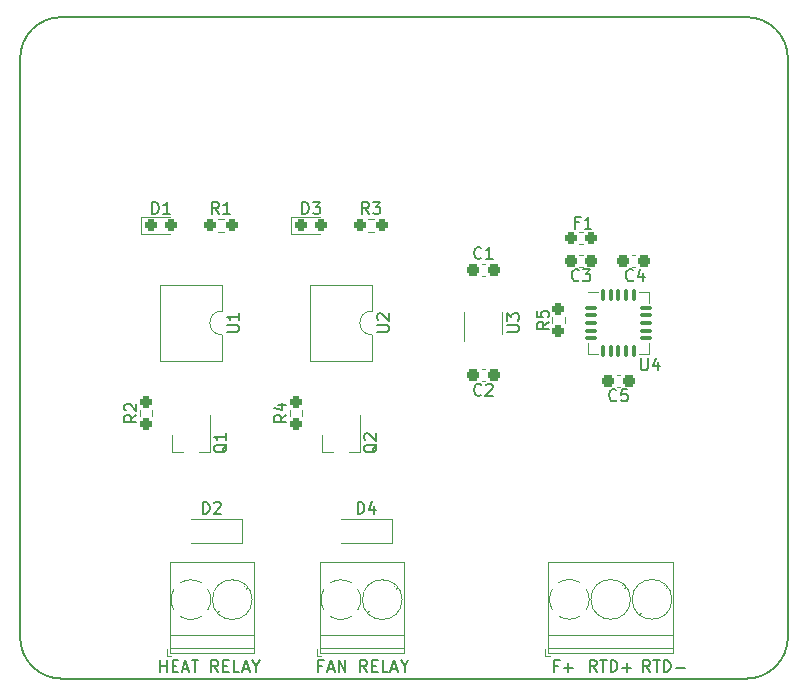
<source format=gto>
G04 #@! TF.GenerationSoftware,KiCad,Pcbnew,(6.0.2)*
G04 #@! TF.CreationDate,2022-07-05T12:59:41+02:00*
G04 #@! TF.ProjectId,Raspberry Pi temperature management hat,52617370-6265-4727-9279-205069207465,V2*
G04 #@! TF.SameCoordinates,Original*
G04 #@! TF.FileFunction,Legend,Top*
G04 #@! TF.FilePolarity,Positive*
%FSLAX46Y46*%
G04 Gerber Fmt 4.6, Leading zero omitted, Abs format (unit mm)*
G04 Created by KiCad (PCBNEW (6.0.2)) date 2022-07-05 12:59:41*
%MOMM*%
%LPD*%
G01*
G04 APERTURE LIST*
G04 Aperture macros list*
%AMRoundRect*
0 Rectangle with rounded corners*
0 $1 Rounding radius*
0 $2 $3 $4 $5 $6 $7 $8 $9 X,Y pos of 4 corners*
0 Add a 4 corners polygon primitive as box body*
4,1,4,$2,$3,$4,$5,$6,$7,$8,$9,$2,$3,0*
0 Add four circle primitives for the rounded corners*
1,1,$1+$1,$2,$3*
1,1,$1+$1,$4,$5*
1,1,$1+$1,$6,$7*
1,1,$1+$1,$8,$9*
0 Add four rect primitives between the rounded corners*
20,1,$1+$1,$2,$3,$4,$5,0*
20,1,$1+$1,$4,$5,$6,$7,0*
20,1,$1+$1,$6,$7,$8,$9,0*
20,1,$1+$1,$8,$9,$2,$3,0*%
G04 Aperture macros list end*
G04 #@! TA.AperFunction,Profile*
%ADD10C,0.150000*%
G04 #@! TD*
%ADD11C,0.150000*%
%ADD12C,0.120000*%
%ADD13C,6.000000*%
%ADD14RoundRect,0.075000X-0.412500X-0.075000X0.412500X-0.075000X0.412500X0.075000X-0.412500X0.075000X0*%
%ADD15RoundRect,0.075000X-0.075000X-0.412500X0.075000X-0.412500X0.075000X0.412500X-0.075000X0.412500X0*%
%ADD16R,3.100000X3.100000*%
%ADD17RoundRect,0.237500X-0.237500X0.250000X-0.237500X-0.250000X0.237500X-0.250000X0.237500X0.250000X0*%
%ADD18RoundRect,0.237500X-0.250000X-0.237500X0.250000X-0.237500X0.250000X0.237500X-0.250000X0.237500X0*%
%ADD19R,2.400000X2.400000*%
%ADD20C,2.400000*%
%ADD21RoundRect,0.237500X0.287500X0.237500X-0.287500X0.237500X-0.287500X-0.237500X0.287500X-0.237500X0*%
%ADD22RoundRect,0.237500X-0.287500X-0.237500X0.287500X-0.237500X0.287500X0.237500X-0.287500X0.237500X0*%
%ADD23RoundRect,0.237500X-0.300000X-0.237500X0.300000X-0.237500X0.300000X0.237500X-0.300000X0.237500X0*%
%ADD24R,1.780000X2.000000*%
%ADD25R,1.300000X1.700000*%
%ADD26C,3.000000*%
%ADD27R,0.800000X1.900000*%
%ADD28R,0.650000X1.560000*%
%ADD29R,1.700000X1.700000*%
%ADD30O,1.700000X1.700000*%
G04 APERTURE END LIST*
D10*
X111500000Y-50000000D02*
G75*
G03*
X108000000Y-46500000I-3499999J1D01*
G01*
X50000000Y-46500000D02*
X108000000Y-46500000D01*
X50000000Y-102500000D02*
X108000000Y-102500000D01*
X111500000Y-50000000D02*
X111500000Y-99000000D01*
X108000000Y-102500000D02*
G75*
G03*
X111500000Y-99000000I1J3499999D01*
G01*
X46500000Y-99000000D02*
G75*
G03*
X50000000Y-102500000I3499999J-1D01*
G01*
X50000000Y-46500000D02*
G75*
G03*
X46500000Y-50000000I-1J-3499999D01*
G01*
X46500000Y-50000000D02*
X46500000Y-99000000D01*
D11*
X99809523Y-101952380D02*
X99476190Y-101476190D01*
X99238095Y-101952380D02*
X99238095Y-100952380D01*
X99619047Y-100952380D01*
X99714285Y-101000000D01*
X99761904Y-101047619D01*
X99809523Y-101142857D01*
X99809523Y-101285714D01*
X99761904Y-101380952D01*
X99714285Y-101428571D01*
X99619047Y-101476190D01*
X99238095Y-101476190D01*
X100095238Y-100952380D02*
X100666666Y-100952380D01*
X100380952Y-101952380D02*
X100380952Y-100952380D01*
X101000000Y-101952380D02*
X101000000Y-100952380D01*
X101238095Y-100952380D01*
X101380952Y-101000000D01*
X101476190Y-101095238D01*
X101523809Y-101190476D01*
X101571428Y-101380952D01*
X101571428Y-101523809D01*
X101523809Y-101714285D01*
X101476190Y-101809523D01*
X101380952Y-101904761D01*
X101238095Y-101952380D01*
X101000000Y-101952380D01*
X102000000Y-101571428D02*
X102761904Y-101571428D01*
X95309523Y-101952380D02*
X94976190Y-101476190D01*
X94738095Y-101952380D02*
X94738095Y-100952380D01*
X95119047Y-100952380D01*
X95214285Y-101000000D01*
X95261904Y-101047619D01*
X95309523Y-101142857D01*
X95309523Y-101285714D01*
X95261904Y-101380952D01*
X95214285Y-101428571D01*
X95119047Y-101476190D01*
X94738095Y-101476190D01*
X95595238Y-100952380D02*
X96166666Y-100952380D01*
X95880952Y-101952380D02*
X95880952Y-100952380D01*
X96500000Y-101952380D02*
X96500000Y-100952380D01*
X96738095Y-100952380D01*
X96880952Y-101000000D01*
X96976190Y-101095238D01*
X97023809Y-101190476D01*
X97071428Y-101380952D01*
X97071428Y-101523809D01*
X97023809Y-101714285D01*
X96976190Y-101809523D01*
X96880952Y-101904761D01*
X96738095Y-101952380D01*
X96500000Y-101952380D01*
X97500000Y-101571428D02*
X98261904Y-101571428D01*
X97880952Y-101952380D02*
X97880952Y-101190476D01*
X92023809Y-101428571D02*
X91690476Y-101428571D01*
X91690476Y-101952380D02*
X91690476Y-100952380D01*
X92166666Y-100952380D01*
X92547619Y-101571428D02*
X93309523Y-101571428D01*
X92928571Y-101952380D02*
X92928571Y-101190476D01*
X72095238Y-101428571D02*
X71761904Y-101428571D01*
X71761904Y-101952380D02*
X71761904Y-100952380D01*
X72238095Y-100952380D01*
X72571428Y-101666666D02*
X73047619Y-101666666D01*
X72476190Y-101952380D02*
X72809523Y-100952380D01*
X73142857Y-101952380D01*
X73476190Y-101952380D02*
X73476190Y-100952380D01*
X74047619Y-101952380D01*
X74047619Y-100952380D01*
X75857142Y-101952380D02*
X75523809Y-101476190D01*
X75285714Y-101952380D02*
X75285714Y-100952380D01*
X75666666Y-100952380D01*
X75761904Y-101000000D01*
X75809523Y-101047619D01*
X75857142Y-101142857D01*
X75857142Y-101285714D01*
X75809523Y-101380952D01*
X75761904Y-101428571D01*
X75666666Y-101476190D01*
X75285714Y-101476190D01*
X76285714Y-101428571D02*
X76619047Y-101428571D01*
X76761904Y-101952380D02*
X76285714Y-101952380D01*
X76285714Y-100952380D01*
X76761904Y-100952380D01*
X77666666Y-101952380D02*
X77190476Y-101952380D01*
X77190476Y-100952380D01*
X77952380Y-101666666D02*
X78428571Y-101666666D01*
X77857142Y-101952380D02*
X78190476Y-100952380D01*
X78523809Y-101952380D01*
X79047619Y-101476190D02*
X79047619Y-101952380D01*
X78714285Y-100952380D02*
X79047619Y-101476190D01*
X79380952Y-100952380D01*
X58357142Y-101952380D02*
X58357142Y-100952380D01*
X58357142Y-101428571D02*
X58928571Y-101428571D01*
X58928571Y-101952380D02*
X58928571Y-100952380D01*
X59404761Y-101428571D02*
X59738095Y-101428571D01*
X59880952Y-101952380D02*
X59404761Y-101952380D01*
X59404761Y-100952380D01*
X59880952Y-100952380D01*
X60261904Y-101666666D02*
X60738095Y-101666666D01*
X60166666Y-101952380D02*
X60500000Y-100952380D01*
X60833333Y-101952380D01*
X61023809Y-100952380D02*
X61595238Y-100952380D01*
X61309523Y-101952380D02*
X61309523Y-100952380D01*
X63261904Y-101952380D02*
X62928571Y-101476190D01*
X62690476Y-101952380D02*
X62690476Y-100952380D01*
X63071428Y-100952380D01*
X63166666Y-101000000D01*
X63214285Y-101047619D01*
X63261904Y-101142857D01*
X63261904Y-101285714D01*
X63214285Y-101380952D01*
X63166666Y-101428571D01*
X63071428Y-101476190D01*
X62690476Y-101476190D01*
X63690476Y-101428571D02*
X64023809Y-101428571D01*
X64166666Y-101952380D02*
X63690476Y-101952380D01*
X63690476Y-100952380D01*
X64166666Y-100952380D01*
X65071428Y-101952380D02*
X64595238Y-101952380D01*
X64595238Y-100952380D01*
X65357142Y-101666666D02*
X65833333Y-101666666D01*
X65261904Y-101952380D02*
X65595238Y-100952380D01*
X65928571Y-101952380D01*
X66452380Y-101476190D02*
X66452380Y-101952380D01*
X66119047Y-100952380D02*
X66452380Y-101476190D01*
X66785714Y-100952380D01*
X99060095Y-75398380D02*
X99060095Y-76207904D01*
X99107714Y-76303142D01*
X99155333Y-76350761D01*
X99250571Y-76398380D01*
X99441047Y-76398380D01*
X99536285Y-76350761D01*
X99583904Y-76303142D01*
X99631523Y-76207904D01*
X99631523Y-75398380D01*
X100536285Y-75731714D02*
X100536285Y-76398380D01*
X100298190Y-75350761D02*
X100060095Y-76065047D01*
X100679142Y-76065047D01*
X69032380Y-80176666D02*
X68556190Y-80510000D01*
X69032380Y-80748095D02*
X68032380Y-80748095D01*
X68032380Y-80367142D01*
X68080000Y-80271904D01*
X68127619Y-80224285D01*
X68222857Y-80176666D01*
X68365714Y-80176666D01*
X68460952Y-80224285D01*
X68508571Y-80271904D01*
X68556190Y-80367142D01*
X68556190Y-80748095D01*
X68365714Y-79319523D02*
X69032380Y-79319523D01*
X67984761Y-79557619D02*
X68699047Y-79795714D01*
X68699047Y-79176666D01*
X76033333Y-63157380D02*
X75700000Y-62681190D01*
X75461904Y-63157380D02*
X75461904Y-62157380D01*
X75842857Y-62157380D01*
X75938095Y-62205000D01*
X75985714Y-62252619D01*
X76033333Y-62347857D01*
X76033333Y-62490714D01*
X75985714Y-62585952D01*
X75938095Y-62633571D01*
X75842857Y-62681190D01*
X75461904Y-62681190D01*
X76366666Y-62157380D02*
X76985714Y-62157380D01*
X76652380Y-62538333D01*
X76795238Y-62538333D01*
X76890476Y-62585952D01*
X76938095Y-62633571D01*
X76985714Y-62728809D01*
X76985714Y-62966904D01*
X76938095Y-63062142D01*
X76890476Y-63109761D01*
X76795238Y-63157380D01*
X76509523Y-63157380D01*
X76414285Y-63109761D01*
X76366666Y-63062142D01*
X56332380Y-80176666D02*
X55856190Y-80510000D01*
X56332380Y-80748095D02*
X55332380Y-80748095D01*
X55332380Y-80367142D01*
X55380000Y-80271904D01*
X55427619Y-80224285D01*
X55522857Y-80176666D01*
X55665714Y-80176666D01*
X55760952Y-80224285D01*
X55808571Y-80271904D01*
X55856190Y-80367142D01*
X55856190Y-80748095D01*
X55427619Y-79795714D02*
X55380000Y-79748095D01*
X55332380Y-79652857D01*
X55332380Y-79414761D01*
X55380000Y-79319523D01*
X55427619Y-79271904D01*
X55522857Y-79224285D01*
X55618095Y-79224285D01*
X55760952Y-79271904D01*
X56332380Y-79843333D01*
X56332380Y-79224285D01*
X93817933Y-63886071D02*
X93484600Y-63886071D01*
X93484600Y-64409880D02*
X93484600Y-63409880D01*
X93960790Y-63409880D01*
X94865552Y-64409880D02*
X94294124Y-64409880D01*
X94579838Y-64409880D02*
X94579838Y-63409880D01*
X94484600Y-63552738D01*
X94389362Y-63647976D01*
X94294124Y-63695595D01*
X63333333Y-63157380D02*
X63000000Y-62681190D01*
X62761904Y-63157380D02*
X62761904Y-62157380D01*
X63142857Y-62157380D01*
X63238095Y-62205000D01*
X63285714Y-62252619D01*
X63333333Y-62347857D01*
X63333333Y-62490714D01*
X63285714Y-62585952D01*
X63238095Y-62633571D01*
X63142857Y-62681190D01*
X62761904Y-62681190D01*
X64285714Y-63157380D02*
X63714285Y-63157380D01*
X64000000Y-63157380D02*
X64000000Y-62157380D01*
X63904761Y-62300238D01*
X63809523Y-62395476D01*
X63714285Y-62443095D01*
X70381904Y-63157380D02*
X70381904Y-62157380D01*
X70620000Y-62157380D01*
X70762857Y-62205000D01*
X70858095Y-62300238D01*
X70905714Y-62395476D01*
X70953333Y-62585952D01*
X70953333Y-62728809D01*
X70905714Y-62919285D01*
X70858095Y-63014523D01*
X70762857Y-63109761D01*
X70620000Y-63157380D01*
X70381904Y-63157380D01*
X71286666Y-62157380D02*
X71905714Y-62157380D01*
X71572380Y-62538333D01*
X71715238Y-62538333D01*
X71810476Y-62585952D01*
X71858095Y-62633571D01*
X71905714Y-62728809D01*
X71905714Y-62966904D01*
X71858095Y-63062142D01*
X71810476Y-63109761D01*
X71715238Y-63157380D01*
X71429523Y-63157380D01*
X71334285Y-63109761D01*
X71286666Y-63062142D01*
X85558333Y-78462142D02*
X85510714Y-78509761D01*
X85367857Y-78557380D01*
X85272619Y-78557380D01*
X85129761Y-78509761D01*
X85034523Y-78414523D01*
X84986904Y-78319285D01*
X84939285Y-78128809D01*
X84939285Y-77985952D01*
X84986904Y-77795476D01*
X85034523Y-77700238D01*
X85129761Y-77605000D01*
X85272619Y-77557380D01*
X85367857Y-77557380D01*
X85510714Y-77605000D01*
X85558333Y-77652619D01*
X85939285Y-77652619D02*
X85986904Y-77605000D01*
X86082142Y-77557380D01*
X86320238Y-77557380D01*
X86415476Y-77605000D01*
X86463095Y-77652619D01*
X86510714Y-77747857D01*
X86510714Y-77843095D01*
X86463095Y-77985952D01*
X85891666Y-78557380D01*
X86510714Y-78557380D01*
X64012380Y-73151904D02*
X64821904Y-73151904D01*
X64917142Y-73104285D01*
X64964761Y-73056666D01*
X65012380Y-72961428D01*
X65012380Y-72770952D01*
X64964761Y-72675714D01*
X64917142Y-72628095D01*
X64821904Y-72580476D01*
X64012380Y-72580476D01*
X65012380Y-71580476D02*
X65012380Y-72151904D01*
X65012380Y-71866190D02*
X64012380Y-71866190D01*
X64155238Y-71961428D01*
X64250476Y-72056666D01*
X64298095Y-72151904D01*
X96988333Y-78919642D02*
X96940714Y-78967261D01*
X96797857Y-79014880D01*
X96702619Y-79014880D01*
X96559761Y-78967261D01*
X96464523Y-78872023D01*
X96416904Y-78776785D01*
X96369285Y-78586309D01*
X96369285Y-78443452D01*
X96416904Y-78252976D01*
X96464523Y-78157738D01*
X96559761Y-78062500D01*
X96702619Y-78014880D01*
X96797857Y-78014880D01*
X96940714Y-78062500D01*
X96988333Y-78110119D01*
X97893095Y-78014880D02*
X97416904Y-78014880D01*
X97369285Y-78491071D01*
X97416904Y-78443452D01*
X97512142Y-78395833D01*
X97750238Y-78395833D01*
X97845476Y-78443452D01*
X97893095Y-78491071D01*
X97940714Y-78586309D01*
X97940714Y-78824404D01*
X97893095Y-78919642D01*
X97845476Y-78967261D01*
X97750238Y-79014880D01*
X97512142Y-79014880D01*
X97416904Y-78967261D01*
X97369285Y-78919642D01*
X85558333Y-66872142D02*
X85510714Y-66919761D01*
X85367857Y-66967380D01*
X85272619Y-66967380D01*
X85129761Y-66919761D01*
X85034523Y-66824523D01*
X84986904Y-66729285D01*
X84939285Y-66538809D01*
X84939285Y-66395952D01*
X84986904Y-66205476D01*
X85034523Y-66110238D01*
X85129761Y-66015000D01*
X85272619Y-65967380D01*
X85367857Y-65967380D01*
X85510714Y-66015000D01*
X85558333Y-66062619D01*
X86510714Y-66967380D02*
X85939285Y-66967380D01*
X86225000Y-66967380D02*
X86225000Y-65967380D01*
X86129761Y-66110238D01*
X86034523Y-66205476D01*
X85939285Y-66253095D01*
X61971904Y-88547380D02*
X61971904Y-87547380D01*
X62210000Y-87547380D01*
X62352857Y-87595000D01*
X62448095Y-87690238D01*
X62495714Y-87785476D01*
X62543333Y-87975952D01*
X62543333Y-88118809D01*
X62495714Y-88309285D01*
X62448095Y-88404523D01*
X62352857Y-88499761D01*
X62210000Y-88547380D01*
X61971904Y-88547380D01*
X62924285Y-87642619D02*
X62971904Y-87595000D01*
X63067142Y-87547380D01*
X63305238Y-87547380D01*
X63400476Y-87595000D01*
X63448095Y-87642619D01*
X63495714Y-87737857D01*
X63495714Y-87833095D01*
X63448095Y-87975952D01*
X62876666Y-88547380D01*
X63495714Y-88547380D01*
X76707619Y-82645238D02*
X76660000Y-82740476D01*
X76564761Y-82835714D01*
X76421904Y-82978571D01*
X76374285Y-83073809D01*
X76374285Y-83169047D01*
X76612380Y-83121428D02*
X76564761Y-83216666D01*
X76469523Y-83311904D01*
X76279047Y-83359523D01*
X75945714Y-83359523D01*
X75755238Y-83311904D01*
X75660000Y-83216666D01*
X75612380Y-83121428D01*
X75612380Y-82930952D01*
X75660000Y-82835714D01*
X75755238Y-82740476D01*
X75945714Y-82692857D01*
X76279047Y-82692857D01*
X76469523Y-82740476D01*
X76564761Y-82835714D01*
X76612380Y-82930952D01*
X76612380Y-83121428D01*
X75707619Y-82311904D02*
X75660000Y-82264285D01*
X75612380Y-82169047D01*
X75612380Y-81930952D01*
X75660000Y-81835714D01*
X75707619Y-81788095D01*
X75802857Y-81740476D01*
X75898095Y-81740476D01*
X76040952Y-81788095D01*
X76612380Y-82359523D01*
X76612380Y-81740476D01*
X98404600Y-68759642D02*
X98356981Y-68807261D01*
X98214124Y-68854880D01*
X98118886Y-68854880D01*
X97976028Y-68807261D01*
X97880790Y-68712023D01*
X97833171Y-68616785D01*
X97785552Y-68426309D01*
X97785552Y-68283452D01*
X97833171Y-68092976D01*
X97880790Y-67997738D01*
X97976028Y-67902500D01*
X98118886Y-67854880D01*
X98214124Y-67854880D01*
X98356981Y-67902500D01*
X98404600Y-67950119D01*
X99261743Y-68188214D02*
X99261743Y-68854880D01*
X99023647Y-67807261D02*
X98785552Y-68521547D01*
X99404600Y-68521547D01*
X75071904Y-88547380D02*
X75071904Y-87547380D01*
X75310000Y-87547380D01*
X75452857Y-87595000D01*
X75548095Y-87690238D01*
X75595714Y-87785476D01*
X75643333Y-87975952D01*
X75643333Y-88118809D01*
X75595714Y-88309285D01*
X75548095Y-88404523D01*
X75452857Y-88499761D01*
X75310000Y-88547380D01*
X75071904Y-88547380D01*
X76500476Y-87880714D02*
X76500476Y-88547380D01*
X76262380Y-87499761D02*
X76024285Y-88214047D01*
X76643333Y-88214047D01*
X93813333Y-68759642D02*
X93765714Y-68807261D01*
X93622857Y-68854880D01*
X93527619Y-68854880D01*
X93384761Y-68807261D01*
X93289523Y-68712023D01*
X93241904Y-68616785D01*
X93194285Y-68426309D01*
X93194285Y-68283452D01*
X93241904Y-68092976D01*
X93289523Y-67997738D01*
X93384761Y-67902500D01*
X93527619Y-67854880D01*
X93622857Y-67854880D01*
X93765714Y-67902500D01*
X93813333Y-67950119D01*
X94146666Y-67854880D02*
X94765714Y-67854880D01*
X94432380Y-68235833D01*
X94575238Y-68235833D01*
X94670476Y-68283452D01*
X94718095Y-68331071D01*
X94765714Y-68426309D01*
X94765714Y-68664404D01*
X94718095Y-68759642D01*
X94670476Y-68807261D01*
X94575238Y-68854880D01*
X94289523Y-68854880D01*
X94194285Y-68807261D01*
X94146666Y-68759642D01*
X57681904Y-63157380D02*
X57681904Y-62157380D01*
X57920000Y-62157380D01*
X58062857Y-62205000D01*
X58158095Y-62300238D01*
X58205714Y-62395476D01*
X58253333Y-62585952D01*
X58253333Y-62728809D01*
X58205714Y-62919285D01*
X58158095Y-63014523D01*
X58062857Y-63109761D01*
X57920000Y-63157380D01*
X57681904Y-63157380D01*
X59205714Y-63157380D02*
X58634285Y-63157380D01*
X58920000Y-63157380D02*
X58920000Y-62157380D01*
X58824761Y-62300238D01*
X58729523Y-62395476D01*
X58634285Y-62443095D01*
X87717380Y-73151904D02*
X88526904Y-73151904D01*
X88622142Y-73104285D01*
X88669761Y-73056666D01*
X88717380Y-72961428D01*
X88717380Y-72770952D01*
X88669761Y-72675714D01*
X88622142Y-72628095D01*
X88526904Y-72580476D01*
X87717380Y-72580476D01*
X87717380Y-72199523D02*
X87717380Y-71580476D01*
X88098333Y-71913809D01*
X88098333Y-71770952D01*
X88145952Y-71675714D01*
X88193571Y-71628095D01*
X88288809Y-71580476D01*
X88526904Y-71580476D01*
X88622142Y-71628095D01*
X88669761Y-71675714D01*
X88717380Y-71770952D01*
X88717380Y-72056666D01*
X88669761Y-72151904D01*
X88622142Y-72199523D01*
X76712380Y-73151904D02*
X77521904Y-73151904D01*
X77617142Y-73104285D01*
X77664761Y-73056666D01*
X77712380Y-72961428D01*
X77712380Y-72770952D01*
X77664761Y-72675714D01*
X77617142Y-72628095D01*
X77521904Y-72580476D01*
X76712380Y-72580476D01*
X76807619Y-72151904D02*
X76760000Y-72104285D01*
X76712380Y-72009047D01*
X76712380Y-71770952D01*
X76760000Y-71675714D01*
X76807619Y-71628095D01*
X76902857Y-71580476D01*
X76998095Y-71580476D01*
X77140952Y-71628095D01*
X77712380Y-72199523D01*
X77712380Y-71580476D01*
X64007619Y-82645238D02*
X63960000Y-82740476D01*
X63864761Y-82835714D01*
X63721904Y-82978571D01*
X63674285Y-83073809D01*
X63674285Y-83169047D01*
X63912380Y-83121428D02*
X63864761Y-83216666D01*
X63769523Y-83311904D01*
X63579047Y-83359523D01*
X63245714Y-83359523D01*
X63055238Y-83311904D01*
X62960000Y-83216666D01*
X62912380Y-83121428D01*
X62912380Y-82930952D01*
X62960000Y-82835714D01*
X63055238Y-82740476D01*
X63245714Y-82692857D01*
X63579047Y-82692857D01*
X63769523Y-82740476D01*
X63864761Y-82835714D01*
X63912380Y-82930952D01*
X63912380Y-83121428D01*
X63912380Y-81740476D02*
X63912380Y-82311904D01*
X63912380Y-82026190D02*
X62912380Y-82026190D01*
X63055238Y-82121428D01*
X63150476Y-82216666D01*
X63198095Y-82311904D01*
X91257380Y-72302666D02*
X90781190Y-72636000D01*
X91257380Y-72874095D02*
X90257380Y-72874095D01*
X90257380Y-72493142D01*
X90305000Y-72397904D01*
X90352619Y-72350285D01*
X90447857Y-72302666D01*
X90590714Y-72302666D01*
X90685952Y-72350285D01*
X90733571Y-72397904D01*
X90781190Y-72493142D01*
X90781190Y-72874095D01*
X90257380Y-71397904D02*
X90257380Y-71874095D01*
X90733571Y-71921714D01*
X90685952Y-71874095D01*
X90638333Y-71778857D01*
X90638333Y-71540761D01*
X90685952Y-71445523D01*
X90733571Y-71397904D01*
X90828809Y-71350285D01*
X91066904Y-71350285D01*
X91162142Y-71397904D01*
X91209761Y-71445523D01*
X91257380Y-71540761D01*
X91257380Y-71778857D01*
X91209761Y-71874095D01*
X91162142Y-71921714D01*
D12*
X98865000Y-69780000D02*
X99765000Y-69780000D01*
X99765000Y-75000000D02*
X99765000Y-74100000D01*
X95445000Y-75000000D02*
X94545000Y-75000000D01*
X95445000Y-69780000D02*
X94545000Y-69780000D01*
X94545000Y-75000000D02*
X94545000Y-74100000D01*
X99765000Y-69780000D02*
X99765000Y-70680000D01*
X98865000Y-75000000D02*
X99765000Y-75000000D01*
X69327500Y-79755276D02*
X69327500Y-80264724D01*
X70372500Y-79755276D02*
X70372500Y-80264724D01*
X75945276Y-63612500D02*
X76454724Y-63612500D01*
X75945276Y-64657500D02*
X76454724Y-64657500D01*
X56627500Y-79755276D02*
X56627500Y-80264724D01*
X57672500Y-79755276D02*
X57672500Y-80264724D01*
X78230000Y-94545000D02*
X78136000Y-94639000D01*
X78970000Y-92660000D02*
X78970000Y-100380000D01*
X78435000Y-94751000D02*
X78306000Y-94879000D01*
X71850000Y-92660000D02*
X71850000Y-100380000D01*
X71850000Y-99920000D02*
X78970000Y-99920000D01*
X71850000Y-92660000D02*
X78970000Y-92660000D01*
X71850000Y-98820000D02*
X78970000Y-98820000D01*
X76015000Y-96761000D02*
X75886000Y-96889000D01*
X76185000Y-97001000D02*
X76091000Y-97094000D01*
X71610000Y-100620000D02*
X72010000Y-100620000D01*
X71850000Y-100380000D02*
X78970000Y-100380000D01*
X71610000Y-99980000D02*
X71610000Y-100620000D01*
X73660000Y-97500000D02*
G75*
G03*
X74550264Y-97244721I3J1679990D01*
G01*
X72219999Y-94954000D02*
G75*
G03*
X72234642Y-96709894I1439999J-866000D01*
G01*
X72794000Y-97260000D02*
G75*
G03*
X73688674Y-97500099I866003J1440014D01*
G01*
X75085000Y-96711000D02*
G75*
G03*
X75085504Y-94929807I-1425003J891000D01*
G01*
X74526000Y-94379999D02*
G75*
G03*
X72770106Y-94394642I-866000J-1439999D01*
G01*
X78840000Y-95820000D02*
G75*
G03*
X78840000Y-95820000I-1680000J0D01*
G01*
X94151267Y-64717500D02*
X93808733Y-64717500D01*
X94151267Y-65737500D02*
X93808733Y-65737500D01*
X63245276Y-64657500D02*
X63754724Y-64657500D01*
X63245276Y-63612500D02*
X63754724Y-63612500D01*
X69460000Y-64870000D02*
X71920000Y-64870000D01*
X71920000Y-63400000D02*
X69460000Y-63400000D01*
X69460000Y-63400000D02*
X69460000Y-64870000D01*
X85578733Y-77345000D02*
X85871267Y-77345000D01*
X85578733Y-76325000D02*
X85871267Y-76325000D01*
X63560000Y-69155000D02*
X58360000Y-69155000D01*
X58360000Y-75625000D02*
X63560000Y-75625000D01*
X63560000Y-71390000D02*
X63560000Y-69155000D01*
X63560000Y-75625000D02*
X63560000Y-73390000D01*
X58360000Y-69155000D02*
X58360000Y-75625000D01*
X63560000Y-71390000D02*
G75*
G03*
X63560000Y-73390000I0J-1000000D01*
G01*
X97008733Y-77802500D02*
X97301267Y-77802500D01*
X97008733Y-76782500D02*
X97301267Y-76782500D01*
X85578733Y-68455000D02*
X85871267Y-68455000D01*
X85578733Y-67435000D02*
X85871267Y-67435000D01*
X65260000Y-89000000D02*
X60960000Y-89000000D01*
X60960000Y-91000000D02*
X65260000Y-91000000D01*
X65260000Y-91000000D02*
X65260000Y-89000000D01*
X95525000Y-96981000D02*
X95431000Y-97074000D01*
X101070000Y-94525000D02*
X100976000Y-94619000D01*
X99025000Y-96981000D02*
X98931000Y-97074000D01*
X101810000Y-92640000D02*
X101810000Y-100360000D01*
X97570000Y-94525000D02*
X97476000Y-94619000D01*
X91190000Y-99900000D02*
X101810000Y-99900000D01*
X90950000Y-99960000D02*
X90950000Y-100600000D01*
X91190000Y-100360000D02*
X101810000Y-100360000D01*
X91190000Y-92640000D02*
X91190000Y-100360000D01*
X90950000Y-100600000D02*
X91350000Y-100600000D01*
X101275000Y-94731000D02*
X101146000Y-94859000D01*
X91190000Y-98800000D02*
X101810000Y-98800000D01*
X95355000Y-96741000D02*
X95226000Y-96869000D01*
X97775000Y-94731000D02*
X97646000Y-94859000D01*
X98855000Y-96741000D02*
X98726000Y-96869000D01*
X91190000Y-92640000D02*
X101810000Y-92640000D01*
X93866000Y-94359999D02*
G75*
G03*
X92110106Y-94374642I-866000J-1439999D01*
G01*
X94425000Y-96691000D02*
G75*
G03*
X94425504Y-94909807I-1425003J891000D01*
G01*
X93000000Y-97480000D02*
G75*
G03*
X93890264Y-97224721I3J1679990D01*
G01*
X91559999Y-94934000D02*
G75*
G03*
X91574642Y-96689894I1439999J-866000D01*
G01*
X92134000Y-97240000D02*
G75*
G03*
X93028674Y-97480099I866003J1440014D01*
G01*
X101680000Y-95800000D02*
G75*
G03*
X101680000Y-95800000I-1680000J0D01*
G01*
X98180000Y-95800000D02*
G75*
G03*
X98180000Y-95800000I-1680000J0D01*
G01*
X72080000Y-83310000D02*
X72080000Y-81850000D01*
X72080000Y-83310000D02*
X73010000Y-83310000D01*
X75240000Y-83310000D02*
X75240000Y-80150000D01*
X75240000Y-83310000D02*
X74310000Y-83310000D01*
X59150000Y-99920000D02*
X66270000Y-99920000D01*
X59150000Y-92660000D02*
X66270000Y-92660000D01*
X63315000Y-96761000D02*
X63186000Y-96889000D01*
X66270000Y-92660000D02*
X66270000Y-100380000D01*
X59150000Y-100380000D02*
X66270000Y-100380000D01*
X58910000Y-100620000D02*
X59310000Y-100620000D01*
X65735000Y-94751000D02*
X65606000Y-94879000D01*
X63485000Y-97001000D02*
X63391000Y-97094000D01*
X65530000Y-94545000D02*
X65436000Y-94639000D01*
X58910000Y-99980000D02*
X58910000Y-100620000D01*
X59150000Y-98820000D02*
X66270000Y-98820000D01*
X59150000Y-92660000D02*
X59150000Y-100380000D01*
X62385000Y-96711000D02*
G75*
G03*
X62385504Y-94929807I-1425003J891000D01*
G01*
X59519999Y-94954000D02*
G75*
G03*
X59534642Y-96709894I1439999J-866000D01*
G01*
X60960000Y-97500000D02*
G75*
G03*
X61850264Y-97244721I3J1679990D01*
G01*
X61826000Y-94379999D02*
G75*
G03*
X60070106Y-94394642I-866000J-1439999D01*
G01*
X60094000Y-97260000D02*
G75*
G03*
X60988674Y-97500099I866003J1440014D01*
G01*
X66140000Y-95820000D02*
G75*
G03*
X66140000Y-95820000I-1680000J0D01*
G01*
X98278733Y-67642500D02*
X98571267Y-67642500D01*
X98278733Y-66622500D02*
X98571267Y-66622500D01*
X73660000Y-91000000D02*
X77960000Y-91000000D01*
X77960000Y-89000000D02*
X73660000Y-89000000D01*
X77960000Y-91000000D02*
X77960000Y-89000000D01*
X93833733Y-66622500D02*
X94126267Y-66622500D01*
X93833733Y-67642500D02*
X94126267Y-67642500D01*
X56760000Y-63400000D02*
X56760000Y-64870000D01*
X59220000Y-63400000D02*
X56760000Y-63400000D01*
X56760000Y-64870000D02*
X59220000Y-64870000D01*
X87335000Y-73290000D02*
X87335000Y-71490000D01*
X84115000Y-71490000D02*
X84115000Y-73940000D01*
X71060000Y-75625000D02*
X76260000Y-75625000D01*
X71060000Y-69155000D02*
X71060000Y-75625000D01*
X76260000Y-69155000D02*
X71060000Y-69155000D01*
X76260000Y-75625000D02*
X76260000Y-73390000D01*
X76260000Y-71390000D02*
X76260000Y-69155000D01*
X76260000Y-71390000D02*
G75*
G03*
X76260000Y-73390000I0J-1000000D01*
G01*
X59380000Y-83310000D02*
X59380000Y-81850000D01*
X59380000Y-83310000D02*
X60310000Y-83310000D01*
X62540000Y-83310000D02*
X62540000Y-80150000D01*
X62540000Y-83310000D02*
X61610000Y-83310000D01*
X92597500Y-71881276D02*
X92597500Y-72390724D01*
X91552500Y-71881276D02*
X91552500Y-72390724D01*
%LPC*%
D13*
X108000000Y-99000000D03*
D14*
X94792500Y-71090000D03*
X94792500Y-71740000D03*
X94792500Y-72390000D03*
X94792500Y-73040000D03*
X94792500Y-73690000D03*
D15*
X95855000Y-74752500D03*
X96505000Y-74752500D03*
X97155000Y-74752500D03*
X97805000Y-74752500D03*
X98455000Y-74752500D03*
D14*
X99517500Y-73690000D03*
X99517500Y-73040000D03*
X99517500Y-72390000D03*
X99517500Y-71740000D03*
X99517500Y-71090000D03*
D15*
X98455000Y-70027500D03*
X97805000Y-70027500D03*
X97155000Y-70027500D03*
X96505000Y-70027500D03*
X95855000Y-70027500D03*
D16*
X97155000Y-72390000D03*
D13*
X50000000Y-99000000D03*
D17*
X69850000Y-79097500D03*
X69850000Y-80922500D03*
D18*
X75287500Y-64135000D03*
X77112500Y-64135000D03*
D17*
X57150000Y-79097500D03*
X57150000Y-80922500D03*
D19*
X73660000Y-95820000D03*
D20*
X77160000Y-95820000D03*
D21*
X94855000Y-65227500D03*
X93105000Y-65227500D03*
D18*
X62587500Y-64135000D03*
X64412500Y-64135000D03*
D22*
X70245000Y-64135000D03*
X71995000Y-64135000D03*
D23*
X84862500Y-76835000D03*
X86587500Y-76835000D03*
D24*
X62230000Y-67625000D03*
X59690000Y-67625000D03*
X59690000Y-77155000D03*
X62230000Y-77155000D03*
D23*
X96292500Y-77292500D03*
X98017500Y-77292500D03*
X84862500Y-67945000D03*
X86587500Y-67945000D03*
D25*
X64460000Y-90000000D03*
X60960000Y-90000000D03*
D19*
X93000000Y-95800000D03*
D20*
X96500000Y-95800000D03*
X100000000Y-95800000D03*
D26*
X50000000Y-50000000D03*
D27*
X74610000Y-81050000D03*
X72710000Y-81050000D03*
X73660000Y-84050000D03*
D19*
X60960000Y-95820000D03*
D20*
X64460000Y-95820000D03*
D23*
X97562500Y-67132500D03*
X99287500Y-67132500D03*
D25*
X77160000Y-90000000D03*
X73660000Y-90000000D03*
D23*
X93117500Y-67132500D03*
X94842500Y-67132500D03*
D22*
X57545000Y-64135000D03*
X59295000Y-64135000D03*
D28*
X84775000Y-73740000D03*
X85725000Y-73740000D03*
X86675000Y-73740000D03*
X86675000Y-71040000D03*
X84775000Y-71040000D03*
D24*
X74930000Y-67625000D03*
X72390000Y-67625000D03*
X72390000Y-77155000D03*
X74930000Y-77155000D03*
D27*
X61910000Y-81050000D03*
X60010000Y-81050000D03*
X60960000Y-84050000D03*
D26*
X108000000Y-50000000D03*
D17*
X92075000Y-71223500D03*
X92075000Y-73048500D03*
D29*
X54870000Y-51270000D03*
D30*
X54870000Y-48730000D03*
X57410000Y-51270000D03*
X57410000Y-48730000D03*
X59950000Y-51270000D03*
X59950000Y-48730000D03*
X62490000Y-51270000D03*
X62490000Y-48730000D03*
X65030000Y-51270000D03*
X65030000Y-48730000D03*
X67570000Y-51270000D03*
X67570000Y-48730000D03*
X70110000Y-51270000D03*
X70110000Y-48730000D03*
X72650000Y-51270000D03*
X72650000Y-48730000D03*
X75190000Y-51270000D03*
X75190000Y-48730000D03*
X77730000Y-51270000D03*
X77730000Y-48730000D03*
X80270000Y-51270000D03*
X80270000Y-48730000D03*
X82810000Y-51270000D03*
X82810000Y-48730000D03*
X85350000Y-51270000D03*
X85350000Y-48730000D03*
X87890000Y-51270000D03*
X87890000Y-48730000D03*
X90430000Y-51270000D03*
X90430000Y-48730000D03*
X92970000Y-51270000D03*
X92970000Y-48730000D03*
X95510000Y-51270000D03*
X95510000Y-48730000D03*
X98050000Y-51270000D03*
X98050000Y-48730000D03*
X100590000Y-51270000D03*
X100590000Y-48730000D03*
X103130000Y-51270000D03*
X103130000Y-48730000D03*
M02*

</source>
